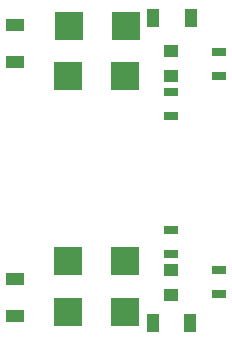
<source format=gbr>
%TF.GenerationSoftware,Altium Limited,Altium Designer,24.7.2 (38)*%
G04 Layer_Color=8421504*
%FSLAX43Y43*%
%MOMM*%
%TF.SameCoordinates,E959DE18-6F16-491B-AE1F-B8F7C51A02EC*%
%TF.FilePolarity,Positive*%
%TF.FileFunction,Paste,Top*%
%TF.Part,Single*%
G01*
G75*
%TA.AperFunction,SMDPad,CuDef*%
%ADD11R,1.250X0.800*%
%TA.AperFunction,ConnectorPad*%
%ADD12R,1.000X1.600*%
%TA.AperFunction,SMDPad,CuDef*%
%ADD13R,1.000X1.600*%
%ADD14R,2.400X2.400*%
%ADD15R,1.600X1.000*%
%ADD16R,1.200X1.100*%
D11*
X14600Y-5015D02*
D03*
Y-7015D02*
D03*
X14525Y4675D02*
D03*
Y6675D02*
D03*
X18625Y8075D02*
D03*
Y10075D02*
D03*
Y-10400D02*
D03*
Y-8400D02*
D03*
D12*
X16250Y12975D02*
D03*
X13050D02*
D03*
D13*
X16200Y-12900D02*
D03*
X13000D02*
D03*
D14*
X10700Y-7614D02*
D03*
X5819D02*
D03*
X5800Y-11900D02*
D03*
X10681D02*
D03*
X10700Y8025D02*
D03*
X5819D02*
D03*
X5900Y12250D02*
D03*
X10781D02*
D03*
D15*
X1350Y-12300D02*
D03*
Y-9100D02*
D03*
Y12400D02*
D03*
Y9200D02*
D03*
D16*
X14600Y-10500D02*
D03*
Y-8400D02*
D03*
X14575Y10125D02*
D03*
Y8025D02*
D03*
%TF.MD5,0a366e147bde1408d9926c211f313f25*%
M02*

</source>
